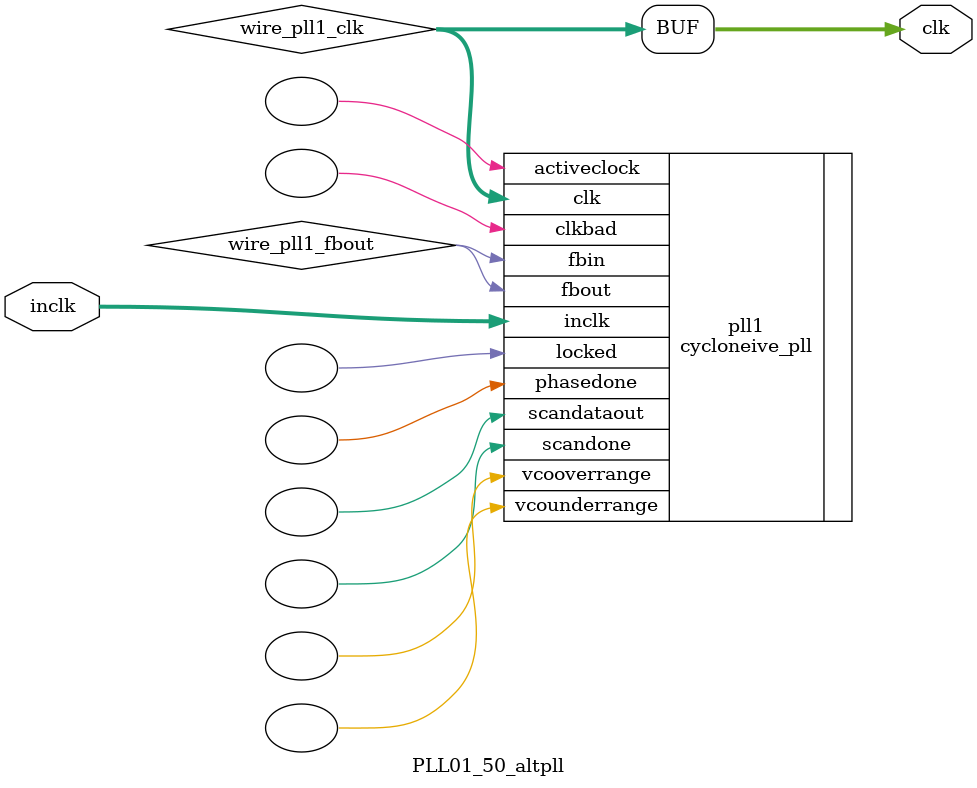
<source format=v>






//synthesis_resources = cycloneive_pll 1 
//synopsys translate_off
`timescale 1 ps / 1 ps
//synopsys translate_on
module  PLL01_50_altpll
	( 
	clk,
	inclk) /* synthesis synthesis_clearbox=1 */;
	output   [4:0]  clk;
	input   [1:0]  inclk;
`ifndef ALTERA_RESERVED_QIS
// synopsys translate_off
`endif
	tri0   [1:0]  inclk;
`ifndef ALTERA_RESERVED_QIS
// synopsys translate_on
`endif

	wire  [4:0]   wire_pll1_clk;
	wire  wire_pll1_fbout;

	cycloneive_pll   pll1
	( 
	.activeclock(),
	.clk(wire_pll1_clk),
	.clkbad(),
	.fbin(wire_pll1_fbout),
	.fbout(wire_pll1_fbout),
	.inclk(inclk),
	.locked(),
	.phasedone(),
	.scandataout(),
	.scandone(),
	.vcooverrange(),
	.vcounderrange()
	`ifndef FORMAL_VERIFICATION
	// synopsys translate_off
	`endif
	,
	.areset(1'b0),
	.clkswitch(1'b0),
	.configupdate(1'b0),
	.pfdena(1'b1),
	.phasecounterselect({3{1'b0}}),
	.phasestep(1'b0),
	.phaseupdown(1'b0),
	.scanclk(1'b0),
	.scanclkena(1'b1),
	.scandata(1'b0)
	`ifndef FORMAL_VERIFICATION
	// synopsys translate_on
	`endif
	);
	defparam
		pll1.bandwidth_type = "auto",
		pll1.clk0_divide_by = 25,
		pll1.clk0_duty_cycle = 50,
		pll1.clk0_multiply_by = 1,
		pll1.clk0_phase_shift = "0",
		pll1.clk1_divide_by = 125,
		pll1.clk1_duty_cycle = 50,
		pll1.clk1_multiply_by = 1,
		pll1.clk1_phase_shift = "0",
		pll1.clk2_divide_by = 5,
		pll1.clk2_duty_cycle = 50,
		pll1.clk2_multiply_by = 1,
		pll1.clk2_phase_shift = "0",
		pll1.clk3_divide_by = 2,
		pll1.clk3_duty_cycle = 50,
		pll1.clk3_multiply_by = 1,
		pll1.clk3_phase_shift = "0",
		pll1.compensate_clock = "clk0",
		pll1.inclk0_input_frequency = 20000,
		pll1.operation_mode = "normal",
		pll1.pll_type = "auto",
		pll1.lpm_type = "cycloneive_pll";
	assign
		clk = {wire_pll1_clk[4:0]};
endmodule //PLL01_50_altpll
//VALID FILE

</source>
